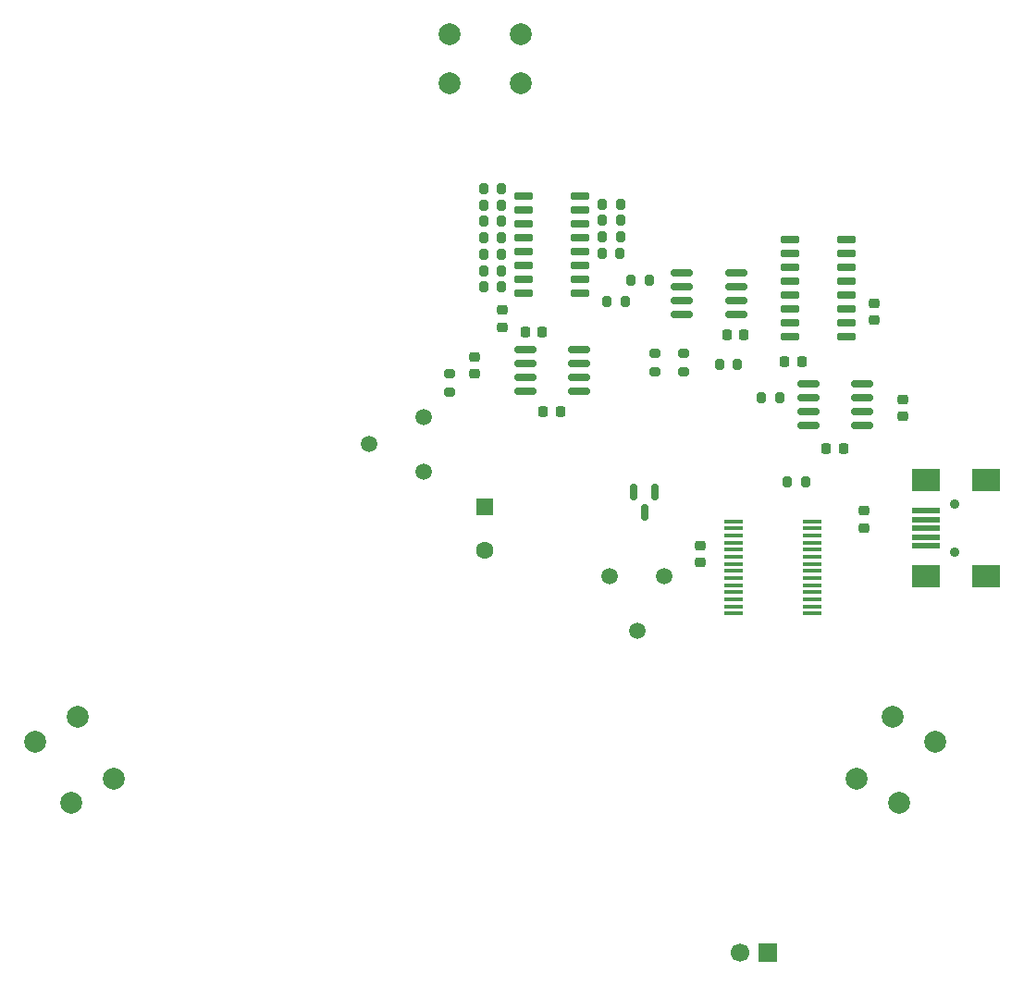
<source format=gbr>
%TF.GenerationSoftware,KiCad,Pcbnew,9.0.1*%
%TF.CreationDate,2025-05-12T19:59:28-03:00*%
%TF.ProjectId,proyecto_desarrollo,70726f79-6563-4746-9f5f-646573617272,rev?*%
%TF.SameCoordinates,Original*%
%TF.FileFunction,Soldermask,Top*%
%TF.FilePolarity,Negative*%
%FSLAX46Y46*%
G04 Gerber Fmt 4.6, Leading zero omitted, Abs format (unit mm)*
G04 Created by KiCad (PCBNEW 9.0.1) date 2025-05-12 19:59:28*
%MOMM*%
%LPD*%
G01*
G04 APERTURE LIST*
G04 Aperture macros list*
%AMRoundRect*
0 Rectangle with rounded corners*
0 $1 Rounding radius*
0 $2 $3 $4 $5 $6 $7 $8 $9 X,Y pos of 4 corners*
0 Add a 4 corners polygon primitive as box body*
4,1,4,$2,$3,$4,$5,$6,$7,$8,$9,$2,$3,0*
0 Add four circle primitives for the rounded corners*
1,1,$1+$1,$2,$3*
1,1,$1+$1,$4,$5*
1,1,$1+$1,$6,$7*
1,1,$1+$1,$8,$9*
0 Add four rect primitives between the rounded corners*
20,1,$1+$1,$2,$3,$4,$5,0*
20,1,$1+$1,$4,$5,$6,$7,0*
20,1,$1+$1,$6,$7,$8,$9,0*
20,1,$1+$1,$8,$9,$2,$3,0*%
G04 Aperture macros list end*
%ADD10RoundRect,0.225000X-0.250000X0.225000X-0.250000X-0.225000X0.250000X-0.225000X0.250000X0.225000X0*%
%ADD11RoundRect,0.225000X0.225000X0.250000X-0.225000X0.250000X-0.225000X-0.250000X0.225000X-0.250000X0*%
%ADD12RoundRect,0.150000X0.825000X0.150000X-0.825000X0.150000X-0.825000X-0.150000X0.825000X-0.150000X0*%
%ADD13RoundRect,0.200000X0.200000X0.275000X-0.200000X0.275000X-0.200000X-0.275000X0.200000X-0.275000X0*%
%ADD14RoundRect,0.150000X-0.150000X0.587500X-0.150000X-0.587500X0.150000X-0.587500X0.150000X0.587500X0*%
%ADD15RoundRect,0.200000X-0.275000X0.200000X-0.275000X-0.200000X0.275000X-0.200000X0.275000X0.200000X0*%
%ADD16RoundRect,0.200000X0.275000X-0.200000X0.275000X0.200000X-0.275000X0.200000X-0.275000X-0.200000X0*%
%ADD17RoundRect,0.200000X-0.200000X-0.275000X0.200000X-0.275000X0.200000X0.275000X-0.200000X0.275000X0*%
%ADD18RoundRect,0.225000X-0.225000X-0.250000X0.225000X-0.250000X0.225000X0.250000X-0.225000X0.250000X0*%
%ADD19C,1.498600*%
%ADD20RoundRect,0.150000X0.725000X0.150000X-0.725000X0.150000X-0.725000X-0.150000X0.725000X-0.150000X0*%
%ADD21RoundRect,0.225000X0.250000X-0.225000X0.250000X0.225000X-0.250000X0.225000X-0.250000X-0.225000X0*%
%ADD22C,2.000000*%
%ADD23RoundRect,0.150000X-0.725000X-0.150000X0.725000X-0.150000X0.725000X0.150000X-0.725000X0.150000X0*%
%ADD24R,1.750000X0.450000*%
%ADD25R,1.700000X1.700000*%
%ADD26C,1.700000*%
%ADD27C,0.900000*%
%ADD28R,2.500000X0.500000*%
%ADD29R,2.500000X2.000000*%
%ADD30RoundRect,0.150000X-0.825000X-0.150000X0.825000X-0.150000X0.825000X0.150000X-0.825000X0.150000X0*%
%ADD31R,1.600000X1.600000*%
%ADD32C,1.600000*%
G04 APERTURE END LIST*
D10*
%TO.C,C11*%
X169675000Y-101550000D03*
X169675000Y-103100000D03*
%TD*%
D11*
%TO.C,C9*%
X173675000Y-82250000D03*
X172125000Y-82250000D03*
%TD*%
D12*
%TO.C,U1*%
X158610000Y-87405000D03*
X158610000Y-86135000D03*
X158610000Y-84865000D03*
X158610000Y-83595000D03*
X153660000Y-83595000D03*
X153660000Y-84865000D03*
X153660000Y-86135000D03*
X153660000Y-87405000D03*
%TD*%
D13*
%TO.C,R9*%
X151525000Y-74900000D03*
X149875000Y-74900000D03*
%TD*%
D14*
%TO.C,Q1*%
X165525000Y-96687500D03*
X163625000Y-96687500D03*
X164575000Y-98562500D03*
%TD*%
D13*
%TO.C,R5*%
X179325000Y-95700000D03*
X177675000Y-95700000D03*
%TD*%
D15*
%TO.C,R19*%
X168200000Y-83975000D03*
X168200000Y-85625000D03*
%TD*%
D13*
%TO.C,R18*%
X173075000Y-85000000D03*
X171425000Y-85000000D03*
%TD*%
D16*
%TO.C,R1*%
X146700000Y-87525000D03*
X146700000Y-85875000D03*
%TD*%
D17*
%TO.C,R13*%
X160725000Y-73325000D03*
X162375000Y-73325000D03*
%TD*%
D18*
%TO.C,C1*%
X153675000Y-82000000D03*
X155225000Y-82000000D03*
%TD*%
%TO.C,C3*%
X155325000Y-89300000D03*
X156875000Y-89300000D03*
%TD*%
D12*
%TO.C,U2*%
X184507499Y-90600000D03*
X184507499Y-89330000D03*
X184507499Y-88060000D03*
X184507499Y-86790000D03*
X179557499Y-86790000D03*
X179557499Y-88060000D03*
X179557499Y-89330000D03*
X179557499Y-90600000D03*
%TD*%
D19*
%TO.C,RV2*%
X166400000Y-104400000D03*
X163900000Y-109400000D03*
X161400010Y-104400000D03*
%TD*%
D11*
%TO.C,C5*%
X178982499Y-84700000D03*
X177432499Y-84700000D03*
%TD*%
D20*
%TO.C,U4*%
X183075000Y-82445000D03*
X183075000Y-81175000D03*
X183075000Y-79905000D03*
X183075000Y-78635000D03*
X183075000Y-77365000D03*
X183075000Y-76095000D03*
X183075000Y-74825000D03*
X183075000Y-73555000D03*
X177925000Y-73555000D03*
X177925000Y-74825000D03*
X177925000Y-76095000D03*
X177925000Y-77365000D03*
X177925000Y-78635000D03*
X177925000Y-79905000D03*
X177925000Y-81175000D03*
X177925000Y-82445000D03*
%TD*%
D17*
%TO.C,R6*%
X161175000Y-79200000D03*
X162825000Y-79200000D03*
%TD*%
D21*
%TO.C,C10*%
X184700000Y-99950000D03*
X184700000Y-98400000D03*
%TD*%
D17*
%TO.C,R15*%
X160725000Y-71800000D03*
X162375000Y-71800000D03*
%TD*%
D22*
%TO.C,SW3*%
X146750000Y-54750000D03*
X153250000Y-54750000D03*
X146750000Y-59250000D03*
X153250000Y-59250000D03*
%TD*%
D23*
%TO.C,U3*%
X153500000Y-69555000D03*
X153500000Y-70825000D03*
X153500000Y-72095000D03*
X153500000Y-73365000D03*
X153500000Y-74635000D03*
X153500000Y-75905000D03*
X153500000Y-77175000D03*
X153500000Y-78445000D03*
X158650000Y-78445000D03*
X158650000Y-77175000D03*
X158650000Y-75905000D03*
X158650000Y-74635000D03*
X158650000Y-73365000D03*
X158650000Y-72095000D03*
X158650000Y-70825000D03*
X158650000Y-69555000D03*
%TD*%
D13*
%TO.C,R17*%
X151525000Y-68900000D03*
X149875000Y-68900000D03*
%TD*%
D24*
%TO.C,U6*%
X172750000Y-99350000D03*
X172750000Y-100000000D03*
X172750000Y-100650000D03*
X172750000Y-101300000D03*
X172750000Y-101950000D03*
X172750000Y-102600000D03*
X172750000Y-103250000D03*
X172750000Y-103900000D03*
X172750000Y-104550000D03*
X172750000Y-105200000D03*
X172750000Y-105850000D03*
X172750000Y-106500000D03*
X172750000Y-107150000D03*
X172750000Y-107800000D03*
X179950000Y-107800000D03*
X179950000Y-107150000D03*
X179950000Y-106500000D03*
X179950000Y-105850000D03*
X179950000Y-105200000D03*
X179950000Y-104550000D03*
X179950000Y-103900000D03*
X179950000Y-103250000D03*
X179950000Y-102600000D03*
X179950000Y-101950000D03*
X179950000Y-101300000D03*
X179950000Y-100650000D03*
X179950000Y-100000000D03*
X179950000Y-99350000D03*
%TD*%
D13*
%TO.C,R10*%
X151525000Y-71900000D03*
X149875000Y-71900000D03*
%TD*%
D21*
%TO.C,C2*%
X149000000Y-85875000D03*
X149000000Y-84325000D03*
%TD*%
D25*
%TO.C,J2*%
X175900000Y-138800000D03*
D26*
X173360000Y-138800000D03*
%TD*%
D18*
%TO.C,C4*%
X181225000Y-92650000D03*
X182775000Y-92650000D03*
%TD*%
D21*
%TO.C,C8*%
X185600000Y-80925000D03*
X185600000Y-79375000D03*
%TD*%
D17*
%TO.C,R16*%
X160725000Y-70300000D03*
X162375000Y-70300000D03*
%TD*%
D21*
%TO.C,C7*%
X151600000Y-81575000D03*
X151600000Y-80025000D03*
%TD*%
D13*
%TO.C,R2*%
X165025000Y-77300000D03*
X163375000Y-77300000D03*
%TD*%
D27*
%TO.C,J1*%
X192975000Y-102200000D03*
X192975000Y-97800000D03*
D28*
X190375000Y-101600000D03*
X190375000Y-100800000D03*
X190375000Y-100000000D03*
X190375000Y-99200000D03*
X190375000Y-98400000D03*
D29*
X190375000Y-104400000D03*
X195875000Y-104400000D03*
X190375000Y-95600000D03*
X195875000Y-95600000D03*
%TD*%
D19*
%TO.C,RV1*%
X144400000Y-94800000D03*
X139400000Y-92300000D03*
X144400000Y-89800010D03*
%TD*%
D10*
%TO.C,C6*%
X188200000Y-88200000D03*
X188200000Y-89750000D03*
%TD*%
D22*
%TO.C,SW1*%
X191173558Y-119510418D03*
X187923558Y-125139583D03*
X187276444Y-117260418D03*
X184026444Y-122889583D03*
%TD*%
D13*
%TO.C,R7*%
X151525000Y-77900000D03*
X149875000Y-77900000D03*
%TD*%
D22*
%TO.C,SW2*%
X112076443Y-125139583D03*
X108826443Y-119510418D03*
X115973557Y-122889583D03*
X112723557Y-117260418D03*
%TD*%
D13*
%TO.C,R12*%
X151525000Y-73400000D03*
X149875000Y-73400000D03*
%TD*%
D30*
%TO.C,U5*%
X168025000Y-76595000D03*
X168025000Y-77865000D03*
X168025000Y-79135000D03*
X168025000Y-80405000D03*
X172975000Y-80405000D03*
X172975000Y-79135000D03*
X172975000Y-77865000D03*
X172975000Y-76595000D03*
%TD*%
D31*
%TO.C,BZ1*%
X150000000Y-98000000D03*
D32*
X150000000Y-102000000D03*
%TD*%
D13*
%TO.C,R8*%
X151525000Y-76400000D03*
X149875000Y-76400000D03*
%TD*%
%TO.C,R11*%
X151525000Y-70400000D03*
X149875000Y-70400000D03*
%TD*%
D15*
%TO.C,R3*%
X165500000Y-84000000D03*
X165500000Y-85650000D03*
%TD*%
D17*
%TO.C,R4*%
X175300000Y-88075000D03*
X176950000Y-88075000D03*
%TD*%
%TO.C,R14*%
X160700000Y-74825000D03*
X162350000Y-74825000D03*
%TD*%
M02*

</source>
